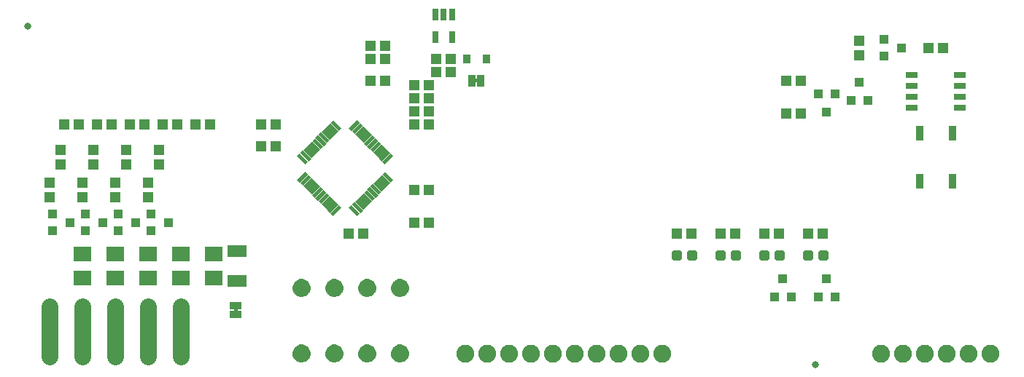
<source format=gts>
G75*
%MOIN*%
%OFA0B0*%
%FSLAX25Y25*%
%IPPOS*%
%LPD*%
%AMOC8*
5,1,8,0,0,1.08239X$1,22.5*
%
%ADD10R,0.08910X0.05800*%
%ADD11R,0.05131X0.04737*%
%ADD12R,0.07887X0.07099*%
%ADD13R,0.03950X0.04343*%
%ADD14R,0.03280X0.04068*%
%ADD15R,0.05524X0.03162*%
%ADD16R,0.03300X0.05800*%
%ADD17C,0.00500*%
%ADD18R,0.05800X0.03300*%
%ADD19R,0.04343X0.03950*%
%ADD20R,0.04737X0.05131*%
%ADD21C,0.00600*%
%ADD22R,0.03800X0.06800*%
%ADD23C,0.07800*%
%ADD24R,0.02965X0.05524*%
%ADD25R,0.01800X0.05300*%
%ADD26R,0.05300X0.01800*%
%ADD27C,0.08200*%
%ADD28C,0.01990*%
%ADD29C,0.03300*%
D10*
X0503833Y0051424D03*
X0503833Y0065243D03*
D11*
X0554987Y0073333D03*
X0561680Y0073333D03*
X0584987Y0078333D03*
X0591680Y0078333D03*
X0591680Y0093333D03*
X0584987Y0093333D03*
X0521680Y0113333D03*
X0514987Y0113333D03*
X0514987Y0123333D03*
X0521680Y0123333D03*
X0491680Y0123333D03*
X0484987Y0123333D03*
X0476680Y0123333D03*
X0469987Y0123333D03*
X0461680Y0123333D03*
X0454987Y0123333D03*
X0446680Y0123333D03*
X0439987Y0123333D03*
X0431680Y0123333D03*
X0424987Y0123333D03*
X0564987Y0143333D03*
X0571680Y0143333D03*
X0584987Y0141333D03*
X0591680Y0141333D03*
X0591680Y0135333D03*
X0584987Y0135333D03*
X0584987Y0129333D03*
X0591680Y0129333D03*
X0591680Y0123333D03*
X0584987Y0123333D03*
X0594987Y0147333D03*
X0601680Y0147333D03*
X0601680Y0153333D03*
X0594987Y0153333D03*
X0571680Y0153333D03*
X0564987Y0153333D03*
X0564987Y0159333D03*
X0571680Y0159333D03*
X0754987Y0143333D03*
X0761680Y0143333D03*
X0761680Y0128333D03*
X0754987Y0128333D03*
X0819987Y0158333D03*
X0826680Y0158333D03*
X0771680Y0073333D03*
X0764987Y0073333D03*
X0751680Y0073333D03*
X0744987Y0073333D03*
X0731680Y0073333D03*
X0724987Y0073333D03*
X0711680Y0073333D03*
X0704987Y0073333D03*
D12*
X0493333Y0063845D03*
X0478333Y0063845D03*
X0463333Y0063845D03*
X0448333Y0063845D03*
X0433333Y0063845D03*
X0433333Y0052822D03*
X0448333Y0052822D03*
X0463333Y0052822D03*
X0478333Y0052822D03*
X0493333Y0052822D03*
D13*
X0749593Y0044396D03*
X0757073Y0044396D03*
X0769593Y0044396D03*
X0777073Y0044396D03*
X0773333Y0052664D03*
X0753333Y0052664D03*
X0773333Y0129003D03*
X0784593Y0134396D03*
X0792073Y0134396D03*
X0777073Y0137270D03*
X0769593Y0137270D03*
X0788333Y0142664D03*
D14*
X0617861Y0153333D03*
X0608806Y0153333D03*
D15*
X0812310Y0145833D03*
X0812310Y0140833D03*
X0812310Y0135833D03*
X0812310Y0130833D03*
X0834357Y0130833D03*
X0834357Y0135833D03*
X0834357Y0140833D03*
X0834357Y0145833D03*
D16*
X0615333Y0143333D03*
X0611333Y0143333D03*
D17*
X0612583Y0143430D02*
X0614083Y0143430D01*
X0614083Y0143833D02*
X0614083Y0142833D01*
X0612583Y0142833D01*
X0612583Y0143833D01*
X0614083Y0143833D01*
X0614083Y0142931D02*
X0612583Y0142931D01*
X0503833Y0039083D02*
X0502833Y0039083D01*
X0502833Y0037583D01*
X0503833Y0037583D01*
X0503833Y0039083D01*
X0503833Y0038743D02*
X0502833Y0038743D01*
X0502833Y0038244D02*
X0503833Y0038244D01*
X0503833Y0037745D02*
X0502833Y0037745D01*
D18*
X0503333Y0036333D03*
X0503333Y0040333D03*
D19*
X0464396Y0074593D03*
X0457664Y0078333D03*
X0472664Y0078333D03*
X0464396Y0082073D03*
X0449396Y0082073D03*
X0442664Y0078333D03*
X0449396Y0074593D03*
X0434396Y0074593D03*
X0427664Y0078333D03*
X0434396Y0082073D03*
X0419396Y0082073D03*
X0419396Y0074593D03*
X0799396Y0154593D03*
X0807664Y0158333D03*
X0799396Y0162073D03*
D20*
X0788333Y0161680D03*
X0788333Y0154987D03*
X0468333Y0111680D03*
X0453333Y0111680D03*
X0438333Y0111680D03*
X0423333Y0111680D03*
X0423333Y0104987D03*
X0438333Y0104987D03*
X0453333Y0104987D03*
X0468333Y0104987D03*
X0463333Y0096680D03*
X0448333Y0096680D03*
X0433333Y0096680D03*
X0418333Y0096680D03*
X0418333Y0089987D03*
X0433333Y0089987D03*
X0448333Y0089987D03*
X0463333Y0089987D03*
D21*
X0531433Y0051624D02*
X0532034Y0051904D01*
X0532673Y0052076D01*
X0533333Y0052133D01*
X0533993Y0052076D01*
X0534633Y0051904D01*
X0535233Y0051624D01*
X0535776Y0051244D01*
X0536244Y0050776D01*
X0536624Y0050233D01*
X0536904Y0049633D01*
X0537076Y0048993D01*
X0537133Y0048333D01*
X0537076Y0047673D01*
X0536904Y0047034D01*
X0536624Y0046433D01*
X0536244Y0045891D01*
X0535776Y0045422D01*
X0535233Y0045042D01*
X0534633Y0044762D01*
X0533993Y0044591D01*
X0533333Y0044533D01*
X0532673Y0044591D01*
X0532034Y0044762D01*
X0531433Y0045042D01*
X0530891Y0045422D01*
X0530422Y0045891D01*
X0530042Y0046433D01*
X0529763Y0047034D01*
X0529591Y0047673D01*
X0529533Y0048333D01*
X0529591Y0048993D01*
X0529763Y0049633D01*
X0530042Y0050233D01*
X0530422Y0050776D01*
X0530891Y0051244D01*
X0531433Y0051624D01*
X0531150Y0051426D02*
X0535516Y0051426D01*
X0536193Y0050828D02*
X0530474Y0050828D01*
X0530040Y0050229D02*
X0536626Y0050229D01*
X0536905Y0049631D02*
X0529762Y0049631D01*
X0529601Y0049032D02*
X0537065Y0049032D01*
X0537125Y0048434D02*
X0529542Y0048434D01*
X0529577Y0047835D02*
X0537090Y0047835D01*
X0536959Y0047237D02*
X0529708Y0047237D01*
X0529947Y0046638D02*
X0536720Y0046638D01*
X0536348Y0046040D02*
X0530318Y0046040D01*
X0530872Y0045441D02*
X0535795Y0045441D01*
X0534805Y0044843D02*
X0531862Y0044843D01*
X0544591Y0047673D02*
X0544533Y0048333D01*
X0544591Y0048993D01*
X0544763Y0049633D01*
X0545042Y0050233D01*
X0545422Y0050776D01*
X0545891Y0051244D01*
X0546433Y0051624D01*
X0547034Y0051904D01*
X0547673Y0052076D01*
X0548333Y0052133D01*
X0548993Y0052076D01*
X0549633Y0051904D01*
X0550233Y0051624D01*
X0550776Y0051244D01*
X0551244Y0050776D01*
X0551624Y0050233D01*
X0551904Y0049633D01*
X0552076Y0048993D01*
X0552133Y0048333D01*
X0552076Y0047673D01*
X0551904Y0047034D01*
X0551624Y0046433D01*
X0551244Y0045891D01*
X0550776Y0045422D01*
X0550233Y0045042D01*
X0549633Y0044762D01*
X0548993Y0044591D01*
X0548333Y0044533D01*
X0547673Y0044591D01*
X0547034Y0044762D01*
X0546433Y0045042D01*
X0545891Y0045422D01*
X0545422Y0045891D01*
X0545042Y0046433D01*
X0544763Y0047034D01*
X0544591Y0047673D01*
X0544577Y0047835D02*
X0552090Y0047835D01*
X0552125Y0048434D02*
X0544542Y0048434D01*
X0544601Y0049032D02*
X0552065Y0049032D01*
X0551905Y0049631D02*
X0544762Y0049631D01*
X0545040Y0050229D02*
X0551626Y0050229D01*
X0551193Y0050828D02*
X0545474Y0050828D01*
X0546150Y0051426D02*
X0550516Y0051426D01*
X0549183Y0052025D02*
X0547483Y0052025D01*
X0534183Y0052025D02*
X0532483Y0052025D01*
X0544708Y0047237D02*
X0551959Y0047237D01*
X0551720Y0046638D02*
X0544947Y0046638D01*
X0545318Y0046040D02*
X0551348Y0046040D01*
X0550795Y0045441D02*
X0545872Y0045441D01*
X0546862Y0044843D02*
X0549805Y0044843D01*
X0559591Y0047673D02*
X0559533Y0048333D01*
X0559591Y0048993D01*
X0559763Y0049633D01*
X0560042Y0050233D01*
X0560422Y0050776D01*
X0560891Y0051244D01*
X0561433Y0051624D01*
X0562034Y0051904D01*
X0562673Y0052076D01*
X0563333Y0052133D01*
X0563993Y0052076D01*
X0564633Y0051904D01*
X0565233Y0051624D01*
X0565776Y0051244D01*
X0566244Y0050776D01*
X0566624Y0050233D01*
X0566904Y0049633D01*
X0567076Y0048993D01*
X0567133Y0048333D01*
X0567076Y0047673D01*
X0566904Y0047034D01*
X0566624Y0046433D01*
X0566244Y0045891D01*
X0565776Y0045422D01*
X0565233Y0045042D01*
X0564633Y0044762D01*
X0563993Y0044591D01*
X0563333Y0044533D01*
X0562673Y0044591D01*
X0562034Y0044762D01*
X0561433Y0045042D01*
X0560891Y0045422D01*
X0560422Y0045891D01*
X0560042Y0046433D01*
X0559763Y0047034D01*
X0559591Y0047673D01*
X0559577Y0047835D02*
X0567090Y0047835D01*
X0567125Y0048434D02*
X0559542Y0048434D01*
X0559601Y0049032D02*
X0567065Y0049032D01*
X0566905Y0049631D02*
X0559762Y0049631D01*
X0560040Y0050229D02*
X0566626Y0050229D01*
X0566193Y0050828D02*
X0560474Y0050828D01*
X0561150Y0051426D02*
X0565516Y0051426D01*
X0564183Y0052025D02*
X0562483Y0052025D01*
X0574763Y0049633D02*
X0575042Y0050233D01*
X0575422Y0050776D01*
X0575891Y0051244D01*
X0576433Y0051624D01*
X0577034Y0051904D01*
X0577673Y0052076D01*
X0578333Y0052133D01*
X0578993Y0052076D01*
X0579633Y0051904D01*
X0580233Y0051624D01*
X0580776Y0051244D01*
X0581244Y0050776D01*
X0581624Y0050233D01*
X0581904Y0049633D01*
X0582076Y0048993D01*
X0582133Y0048333D01*
X0582076Y0047673D01*
X0581904Y0047034D01*
X0581624Y0046433D01*
X0581244Y0045891D01*
X0580776Y0045422D01*
X0580233Y0045042D01*
X0579633Y0044762D01*
X0578993Y0044591D01*
X0578333Y0044533D01*
X0577673Y0044591D01*
X0577034Y0044762D01*
X0576433Y0045042D01*
X0575891Y0045422D01*
X0575422Y0045891D01*
X0575042Y0046433D01*
X0574763Y0047034D01*
X0574591Y0047673D01*
X0574533Y0048333D01*
X0574591Y0048993D01*
X0574763Y0049633D01*
X0574762Y0049631D02*
X0581905Y0049631D01*
X0582065Y0049032D02*
X0574601Y0049032D01*
X0574542Y0048434D02*
X0582125Y0048434D01*
X0582090Y0047835D02*
X0574577Y0047835D01*
X0574708Y0047237D02*
X0581959Y0047237D01*
X0581720Y0046638D02*
X0574947Y0046638D01*
X0575318Y0046040D02*
X0581348Y0046040D01*
X0580795Y0045441D02*
X0575872Y0045441D01*
X0576862Y0044843D02*
X0579805Y0044843D01*
X0566959Y0047237D02*
X0559708Y0047237D01*
X0559947Y0046638D02*
X0566720Y0046638D01*
X0566348Y0046040D02*
X0560318Y0046040D01*
X0560872Y0045441D02*
X0565795Y0045441D01*
X0564805Y0044843D02*
X0561862Y0044843D01*
X0575040Y0050229D02*
X0581626Y0050229D01*
X0581193Y0050828D02*
X0575474Y0050828D01*
X0576150Y0051426D02*
X0580516Y0051426D01*
X0579183Y0052025D02*
X0577483Y0052025D01*
X0578333Y0022133D02*
X0578993Y0022076D01*
X0579633Y0021904D01*
X0580233Y0021624D01*
X0580776Y0021244D01*
X0581244Y0020776D01*
X0581624Y0020233D01*
X0581904Y0019633D01*
X0582076Y0018993D01*
X0582133Y0018333D01*
X0582076Y0017673D01*
X0581904Y0017034D01*
X0581624Y0016433D01*
X0581244Y0015891D01*
X0580776Y0015422D01*
X0580233Y0015042D01*
X0579633Y0014762D01*
X0578993Y0014591D01*
X0578333Y0014533D01*
X0577673Y0014591D01*
X0577034Y0014762D01*
X0576433Y0015042D01*
X0575891Y0015422D01*
X0575422Y0015891D01*
X0575042Y0016433D01*
X0574763Y0017034D01*
X0574591Y0017673D01*
X0574533Y0018333D01*
X0574591Y0018993D01*
X0574763Y0019633D01*
X0575042Y0020233D01*
X0575422Y0020776D01*
X0575891Y0021244D01*
X0576433Y0021624D01*
X0577034Y0021904D01*
X0577673Y0022076D01*
X0578333Y0022133D01*
X0577942Y0022099D02*
X0578725Y0022099D01*
X0580410Y0021501D02*
X0576257Y0021501D01*
X0575548Y0020902D02*
X0581118Y0020902D01*
X0581575Y0020304D02*
X0575092Y0020304D01*
X0574796Y0019705D02*
X0581871Y0019705D01*
X0582045Y0019107D02*
X0574621Y0019107D01*
X0574549Y0018508D02*
X0582118Y0018508D01*
X0582096Y0017910D02*
X0574570Y0017910D01*
X0574688Y0017311D02*
X0581978Y0017311D01*
X0581754Y0016712D02*
X0574912Y0016712D01*
X0575266Y0016114D02*
X0581401Y0016114D01*
X0580869Y0015515D02*
X0575798Y0015515D01*
X0576702Y0014917D02*
X0579964Y0014917D01*
X0567076Y0017673D02*
X0566904Y0017034D01*
X0566624Y0016433D01*
X0566244Y0015891D01*
X0565776Y0015422D01*
X0565233Y0015042D01*
X0564633Y0014762D01*
X0563993Y0014591D01*
X0563333Y0014533D01*
X0562673Y0014591D01*
X0562034Y0014762D01*
X0561433Y0015042D01*
X0560891Y0015422D01*
X0560422Y0015891D01*
X0560042Y0016433D01*
X0559763Y0017034D01*
X0559591Y0017673D01*
X0559533Y0018333D01*
X0559591Y0018993D01*
X0559763Y0019633D01*
X0560042Y0020233D01*
X0560422Y0020776D01*
X0560891Y0021244D01*
X0561433Y0021624D01*
X0562034Y0021904D01*
X0562673Y0022076D01*
X0563333Y0022133D01*
X0563993Y0022076D01*
X0564633Y0021904D01*
X0565233Y0021624D01*
X0565776Y0021244D01*
X0566244Y0020776D01*
X0566624Y0020233D01*
X0566904Y0019633D01*
X0567076Y0018993D01*
X0567133Y0018333D01*
X0567076Y0017673D01*
X0567096Y0017910D02*
X0559570Y0017910D01*
X0559549Y0018508D02*
X0567118Y0018508D01*
X0567045Y0019107D02*
X0559621Y0019107D01*
X0559796Y0019705D02*
X0566871Y0019705D01*
X0566575Y0020304D02*
X0560092Y0020304D01*
X0560548Y0020902D02*
X0566118Y0020902D01*
X0565410Y0021501D02*
X0561257Y0021501D01*
X0562942Y0022099D02*
X0563725Y0022099D01*
X0552076Y0018993D02*
X0552133Y0018333D01*
X0552076Y0017673D01*
X0551904Y0017034D01*
X0551624Y0016433D01*
X0551244Y0015891D01*
X0550776Y0015422D01*
X0550233Y0015042D01*
X0549633Y0014762D01*
X0548993Y0014591D01*
X0548333Y0014533D01*
X0547673Y0014591D01*
X0547034Y0014762D01*
X0546433Y0015042D01*
X0545891Y0015422D01*
X0545422Y0015891D01*
X0545042Y0016433D01*
X0544763Y0017034D01*
X0544591Y0017673D01*
X0544533Y0018333D01*
X0544591Y0018993D01*
X0544763Y0019633D01*
X0545042Y0020233D01*
X0545422Y0020776D01*
X0545891Y0021244D01*
X0546433Y0021624D01*
X0547034Y0021904D01*
X0547673Y0022076D01*
X0548333Y0022133D01*
X0548993Y0022076D01*
X0549633Y0021904D01*
X0550233Y0021624D01*
X0550776Y0021244D01*
X0551244Y0020776D01*
X0551624Y0020233D01*
X0551904Y0019633D01*
X0552076Y0018993D01*
X0552045Y0019107D02*
X0544621Y0019107D01*
X0544549Y0018508D02*
X0552118Y0018508D01*
X0552096Y0017910D02*
X0544570Y0017910D01*
X0544688Y0017311D02*
X0551978Y0017311D01*
X0551754Y0016712D02*
X0544912Y0016712D01*
X0545266Y0016114D02*
X0551401Y0016114D01*
X0550869Y0015515D02*
X0545798Y0015515D01*
X0546702Y0014917D02*
X0549964Y0014917D01*
X0537076Y0017673D02*
X0536904Y0017034D01*
X0536624Y0016433D01*
X0536244Y0015891D01*
X0535776Y0015422D01*
X0535233Y0015042D01*
X0534633Y0014762D01*
X0533993Y0014591D01*
X0533333Y0014533D01*
X0532673Y0014591D01*
X0532034Y0014762D01*
X0531433Y0015042D01*
X0530891Y0015422D01*
X0530422Y0015891D01*
X0530042Y0016433D01*
X0529763Y0017034D01*
X0529591Y0017673D01*
X0529533Y0018333D01*
X0529591Y0018993D01*
X0529763Y0019633D01*
X0530042Y0020233D01*
X0530422Y0020776D01*
X0530891Y0021244D01*
X0531433Y0021624D01*
X0532034Y0021904D01*
X0532673Y0022076D01*
X0533333Y0022133D01*
X0533993Y0022076D01*
X0534633Y0021904D01*
X0535233Y0021624D01*
X0535776Y0021244D01*
X0536244Y0020776D01*
X0536624Y0020233D01*
X0536904Y0019633D01*
X0537076Y0018993D01*
X0537133Y0018333D01*
X0537076Y0017673D01*
X0537096Y0017910D02*
X0529570Y0017910D01*
X0529549Y0018508D02*
X0537118Y0018508D01*
X0537045Y0019107D02*
X0529621Y0019107D01*
X0529796Y0019705D02*
X0536871Y0019705D01*
X0536575Y0020304D02*
X0530092Y0020304D01*
X0530548Y0020902D02*
X0536118Y0020902D01*
X0535410Y0021501D02*
X0531257Y0021501D01*
X0532942Y0022099D02*
X0533725Y0022099D01*
X0544796Y0019705D02*
X0551871Y0019705D01*
X0551575Y0020304D02*
X0545092Y0020304D01*
X0545548Y0020902D02*
X0551118Y0020902D01*
X0550410Y0021501D02*
X0546257Y0021501D01*
X0547942Y0022099D02*
X0548725Y0022099D01*
X0559688Y0017311D02*
X0566978Y0017311D01*
X0566754Y0016712D02*
X0559912Y0016712D01*
X0560266Y0016114D02*
X0566401Y0016114D01*
X0565869Y0015515D02*
X0560798Y0015515D01*
X0561702Y0014917D02*
X0564964Y0014917D01*
X0536978Y0017311D02*
X0529688Y0017311D01*
X0529912Y0016712D02*
X0536754Y0016712D01*
X0536401Y0016114D02*
X0530266Y0016114D01*
X0530798Y0015515D02*
X0535869Y0015515D01*
X0534964Y0014917D02*
X0531702Y0014917D01*
D22*
X0815833Y0097333D03*
X0830833Y0097333D03*
X0830833Y0119333D03*
X0815833Y0119333D03*
D23*
X0418333Y0039833D02*
X0418333Y0016833D01*
X0433333Y0016833D02*
X0433333Y0039833D01*
X0448333Y0039833D02*
X0448333Y0016833D01*
X0463333Y0016833D02*
X0463333Y0039833D01*
X0478333Y0039833D02*
X0478333Y0016833D01*
D24*
X0594593Y0163215D03*
X0602073Y0163215D03*
X0602073Y0173452D03*
X0598333Y0173452D03*
X0594593Y0173452D03*
D25*
G36*
X0556272Y0120311D02*
X0554999Y0121584D01*
X0558746Y0125331D01*
X0560019Y0124058D01*
X0556272Y0120311D01*
G37*
G36*
X0557664Y0118919D02*
X0556391Y0120192D01*
X0560138Y0123939D01*
X0561411Y0122666D01*
X0557664Y0118919D01*
G37*
G36*
X0559056Y0117527D02*
X0557783Y0118800D01*
X0561530Y0122547D01*
X0562803Y0121274D01*
X0559056Y0117527D01*
G37*
G36*
X0560448Y0116135D02*
X0559175Y0117408D01*
X0562922Y0121155D01*
X0564195Y0119882D01*
X0560448Y0116135D01*
G37*
G36*
X0561840Y0114743D02*
X0560567Y0116016D01*
X0564314Y0119763D01*
X0565587Y0118490D01*
X0561840Y0114743D01*
G37*
G36*
X0563232Y0113351D02*
X0561959Y0114624D01*
X0565706Y0118371D01*
X0566979Y0117098D01*
X0563232Y0113351D01*
G37*
G36*
X0564624Y0111959D02*
X0563351Y0113232D01*
X0567098Y0116979D01*
X0568371Y0115706D01*
X0564624Y0111959D01*
G37*
G36*
X0566016Y0110567D02*
X0564743Y0111840D01*
X0568490Y0115587D01*
X0569763Y0114314D01*
X0566016Y0110567D01*
G37*
G36*
X0567408Y0109175D02*
X0566135Y0110448D01*
X0569882Y0114195D01*
X0571155Y0112922D01*
X0567408Y0109175D01*
G37*
G36*
X0568800Y0107783D02*
X0567527Y0109056D01*
X0571274Y0112803D01*
X0572547Y0111530D01*
X0568800Y0107783D01*
G37*
G36*
X0570192Y0106391D02*
X0568919Y0107664D01*
X0572666Y0111411D01*
X0573939Y0110138D01*
X0570192Y0106391D01*
G37*
G36*
X0571584Y0104999D02*
X0570311Y0106272D01*
X0574058Y0110019D01*
X0575331Y0108746D01*
X0571584Y0104999D01*
G37*
G36*
X0535393Y0093864D02*
X0534120Y0095137D01*
X0537867Y0098884D01*
X0539140Y0097611D01*
X0535393Y0093864D01*
G37*
G36*
X0536785Y0092472D02*
X0535512Y0093745D01*
X0539259Y0097492D01*
X0540532Y0096219D01*
X0536785Y0092472D01*
G37*
G36*
X0538177Y0091080D02*
X0536904Y0092353D01*
X0540651Y0096100D01*
X0541924Y0094827D01*
X0538177Y0091080D01*
G37*
G36*
X0539569Y0089688D02*
X0538296Y0090961D01*
X0542043Y0094708D01*
X0543316Y0093435D01*
X0539569Y0089688D01*
G37*
G36*
X0540961Y0088296D02*
X0539688Y0089569D01*
X0543435Y0093316D01*
X0544708Y0092043D01*
X0540961Y0088296D01*
G37*
G36*
X0542353Y0086904D02*
X0541080Y0088177D01*
X0544827Y0091924D01*
X0546100Y0090651D01*
X0542353Y0086904D01*
G37*
G36*
X0543745Y0085512D02*
X0542472Y0086785D01*
X0546219Y0090532D01*
X0547492Y0089259D01*
X0543745Y0085512D01*
G37*
G36*
X0545137Y0084120D02*
X0543864Y0085393D01*
X0547611Y0089140D01*
X0548884Y0087867D01*
X0545137Y0084120D01*
G37*
G36*
X0546529Y0082728D02*
X0545256Y0084001D01*
X0549003Y0087748D01*
X0550276Y0086475D01*
X0546529Y0082728D01*
G37*
G36*
X0547920Y0081336D02*
X0546647Y0082609D01*
X0550394Y0086356D01*
X0551667Y0085083D01*
X0547920Y0081336D01*
G37*
G36*
X0534001Y0095256D02*
X0532728Y0096529D01*
X0536475Y0100276D01*
X0537748Y0099003D01*
X0534001Y0095256D01*
G37*
G36*
X0532609Y0096647D02*
X0531336Y0097920D01*
X0535083Y0101667D01*
X0536356Y0100394D01*
X0532609Y0096647D01*
G37*
D26*
G36*
X0564314Y0086904D02*
X0560567Y0090651D01*
X0561840Y0091924D01*
X0565587Y0088177D01*
X0564314Y0086904D01*
G37*
G36*
X0562922Y0085512D02*
X0559175Y0089259D01*
X0560448Y0090532D01*
X0564195Y0086785D01*
X0562922Y0085512D01*
G37*
G36*
X0561530Y0084120D02*
X0557783Y0087867D01*
X0559056Y0089140D01*
X0562803Y0085393D01*
X0561530Y0084120D01*
G37*
G36*
X0560138Y0082728D02*
X0556391Y0086475D01*
X0557664Y0087748D01*
X0561411Y0084001D01*
X0560138Y0082728D01*
G37*
G36*
X0558746Y0081336D02*
X0554999Y0085083D01*
X0556272Y0086356D01*
X0560019Y0082609D01*
X0558746Y0081336D01*
G37*
G36*
X0565706Y0088296D02*
X0561959Y0092043D01*
X0563232Y0093316D01*
X0566979Y0089569D01*
X0565706Y0088296D01*
G37*
G36*
X0567098Y0089688D02*
X0563351Y0093435D01*
X0564624Y0094708D01*
X0568371Y0090961D01*
X0567098Y0089688D01*
G37*
G36*
X0568490Y0091080D02*
X0564743Y0094827D01*
X0566016Y0096100D01*
X0569763Y0092353D01*
X0568490Y0091080D01*
G37*
G36*
X0569882Y0092472D02*
X0566135Y0096219D01*
X0567408Y0097492D01*
X0571155Y0093745D01*
X0569882Y0092472D01*
G37*
G36*
X0571274Y0093864D02*
X0567527Y0097611D01*
X0568800Y0098884D01*
X0572547Y0095137D01*
X0571274Y0093864D01*
G37*
G36*
X0572666Y0095256D02*
X0568919Y0099003D01*
X0570192Y0100276D01*
X0573939Y0096529D01*
X0572666Y0095256D01*
G37*
G36*
X0574058Y0096647D02*
X0570311Y0100394D01*
X0571584Y0101667D01*
X0575331Y0097920D01*
X0574058Y0096647D01*
G37*
G36*
X0536475Y0106391D02*
X0532728Y0110138D01*
X0534001Y0111411D01*
X0537748Y0107664D01*
X0536475Y0106391D01*
G37*
G36*
X0535083Y0104999D02*
X0531336Y0108746D01*
X0532609Y0110019D01*
X0536356Y0106272D01*
X0535083Y0104999D01*
G37*
G36*
X0537867Y0107783D02*
X0534120Y0111530D01*
X0535393Y0112803D01*
X0539140Y0109056D01*
X0537867Y0107783D01*
G37*
G36*
X0539259Y0109175D02*
X0535512Y0112922D01*
X0536785Y0114195D01*
X0540532Y0110448D01*
X0539259Y0109175D01*
G37*
G36*
X0540651Y0110567D02*
X0536904Y0114314D01*
X0538177Y0115587D01*
X0541924Y0111840D01*
X0540651Y0110567D01*
G37*
G36*
X0542043Y0111959D02*
X0538296Y0115706D01*
X0539569Y0116979D01*
X0543316Y0113232D01*
X0542043Y0111959D01*
G37*
G36*
X0543435Y0113351D02*
X0539688Y0117098D01*
X0540961Y0118371D01*
X0544708Y0114624D01*
X0543435Y0113351D01*
G37*
G36*
X0544827Y0114743D02*
X0541080Y0118490D01*
X0542353Y0119763D01*
X0546100Y0116016D01*
X0544827Y0114743D01*
G37*
G36*
X0546219Y0116135D02*
X0542472Y0119882D01*
X0543745Y0121155D01*
X0547492Y0117408D01*
X0546219Y0116135D01*
G37*
G36*
X0547611Y0117527D02*
X0543864Y0121274D01*
X0545137Y0122547D01*
X0548884Y0118800D01*
X0547611Y0117527D01*
G37*
G36*
X0549003Y0118919D02*
X0545256Y0122666D01*
X0546529Y0123939D01*
X0550276Y0120192D01*
X0549003Y0118919D01*
G37*
G36*
X0550394Y0120311D02*
X0546647Y0124058D01*
X0547920Y0125331D01*
X0551667Y0121584D01*
X0550394Y0120311D01*
G37*
D27*
X0608333Y0018333D03*
X0618333Y0018333D03*
X0628333Y0018333D03*
X0638333Y0018333D03*
X0648333Y0018333D03*
X0658333Y0018333D03*
X0668333Y0018333D03*
X0678333Y0018333D03*
X0688333Y0018333D03*
X0698333Y0018333D03*
X0798333Y0018333D03*
X0808333Y0018333D03*
X0818333Y0018333D03*
X0828333Y0018333D03*
X0838333Y0018333D03*
X0848333Y0018333D03*
D28*
X0770413Y0061960D02*
X0770413Y0064706D01*
X0773159Y0064706D01*
X0773159Y0061960D01*
X0770413Y0061960D01*
X0770413Y0063850D02*
X0773159Y0063850D01*
X0763508Y0064706D02*
X0763508Y0061960D01*
X0763508Y0064706D02*
X0766254Y0064706D01*
X0766254Y0061960D01*
X0763508Y0061960D01*
X0763508Y0063850D02*
X0766254Y0063850D01*
X0750413Y0064706D02*
X0750413Y0061960D01*
X0750413Y0064706D02*
X0753159Y0064706D01*
X0753159Y0061960D01*
X0750413Y0061960D01*
X0750413Y0063850D02*
X0753159Y0063850D01*
X0743508Y0064706D02*
X0743508Y0061960D01*
X0743508Y0064706D02*
X0746254Y0064706D01*
X0746254Y0061960D01*
X0743508Y0061960D01*
X0743508Y0063850D02*
X0746254Y0063850D01*
X0730413Y0064706D02*
X0730413Y0061960D01*
X0730413Y0064706D02*
X0733159Y0064706D01*
X0733159Y0061960D01*
X0730413Y0061960D01*
X0730413Y0063850D02*
X0733159Y0063850D01*
X0723508Y0064706D02*
X0723508Y0061960D01*
X0723508Y0064706D02*
X0726254Y0064706D01*
X0726254Y0061960D01*
X0723508Y0061960D01*
X0723508Y0063850D02*
X0726254Y0063850D01*
X0710413Y0064706D02*
X0710413Y0061960D01*
X0710413Y0064706D02*
X0713159Y0064706D01*
X0713159Y0061960D01*
X0710413Y0061960D01*
X0710413Y0063850D02*
X0713159Y0063850D01*
X0703508Y0064706D02*
X0703508Y0061960D01*
X0703508Y0064706D02*
X0706254Y0064706D01*
X0706254Y0061960D01*
X0703508Y0061960D01*
X0703508Y0063850D02*
X0706254Y0063850D01*
D29*
X0768333Y0013333D03*
X0408333Y0168333D03*
M02*

</source>
